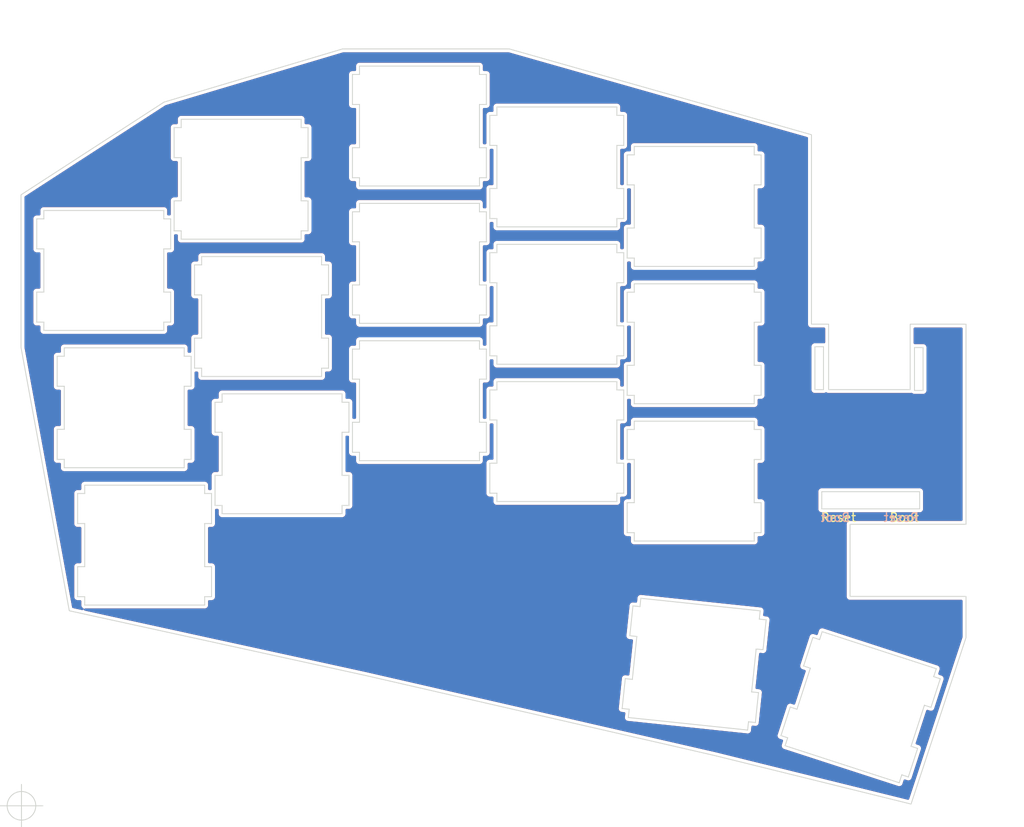
<source format=kicad_pcb>
(kicad_pcb (version 20211014) (generator pcbnew)
  (layers (0 "F.Cu" signal) (31 "B.Cu" signal) (34 "B.Paste" user) (35 "F.Paste" user) (36 "B.SilkS" user "B.Silkscreen") (37 "F.SilkS" user "F.Silkscreen") (38 "B.Mask" user) (39 "F.Mask" user) (44 "Edge.Cuts" user))
  (net 0 "")
  (gr_line (start 122.161777 98.600658) (end 122.984983 98.600658) (layer "Edge.Cuts") (width 0.1))
  (gr_line (start 123.336439 121.736858) (end 123.336439 116.707708) (layer "Edge.Cuts") (width 0.1))
  (gr_line (start 155.336439 88.909358) (end 155.336439 88.909358) (layer "Edge.Cuts") (width 0.1))
  (gr_line (start 125.366233 102.571416) (end 124.543027 102.571416) (layer "Edge.Cuts") (width 0.1))
  (gr_line (start 141.366233 93.378856) (end 155.336439 93.378856) (layer "Edge.Cuts") (width 0.1))
  (gr_line (start 173.365233 93.246212) (end 173.365233 93.246212) (layer "Edge.Cuts") (width 0.1))
  (gr_line (start 119.375973 93.237154) (end 119.375973 93.237154) (layer "Edge.Cuts") (width 0.1))
  (gr_line (start 172.138473 72.642708) (end 172.138473 72.642708) (layer "Edge.Cuts") (width 0.1))
  (gr_line (start 106.984983 110.206606) (end 106.984983 110.206606) (layer "Edge.Cuts") (width 0.1))
  (gr_line (start 192.314459 138.346472) (end 192.314459 138.346472) (layer "Edge.Cuts") (width 0.1))
  (gr_line (start 156.542527 104.642712) (end 156.542527 104.642712) (layer "Edge.Cuts") (width 0.1))
  (gr_line (start 206 101.2) (end 206 96.2) (layer "Edge.Cuts") (width 0.1))
  (gr_line (start 171.335939 101.142663) (end 171.335939 100.171145) (layer "Edge.Cuts") (width 0.1))
  (gr_line (start 134.573939 79.100608) (end 134.573939 79.100608) (layer "Edge.Cuts") (width 0.1))
  (gr_line (start 172.542027 73.746166) (end 172.542027 77.246212) (layer "Edge.Cuts") (width 0.1))
  (gr_line (start 171.335939 68.171145) (end 171.335939 68.171145) (layer "Edge.Cuts") (width 0.1))
  (gr_line (start 187.83241 136.412437) (end 187.034273 136.32855) (layer "Edge.Cuts") (width 0.1))
  (gr_line (start 188.137973 77.246208) (end 188.137973 73.746163) (layer "Edge.Cuts") (width 0.1))
  (gr_line (start 141.366233 104.909362) (end 140.543027 104.909362) (layer "Edge.Cuts") (width 0.1))
  (gr_line (start 156.542527 81.171908) (end 156.542527 81.171908) (layer "Edge.Cuts") (width 0.1))
  (gr_line (start 125.366233 114.600658) (end 125.366233 115.570106) (layer "Edge.Cuts") (width 0.1))
  (gr_line (start 188.137973 105.746413) (end 188.137973 105.746413) (layer "Edge.Cuts") (width 0.1))
  (gr_line (start 156.542527 81.171908) (end 157.365733 81.171908) (layer "Edge.Cuts") (width 0.1))
  (gr_line (start 187.034273 136.32855) (end 187.559962 131.32695) (layer "Edge.Cuts") (width 0.1))
  (gr_line (start 122.984983 98.600658) (end 122.984983 99.570106) (layer "Edge.Cuts") (width 0.1))
  (gr_line (start 174.03214 126.385797) (end 173.213444 126.299749) (layer "Edge.Cuts") (width 0.1))
  (gr_line (start 157.365733 101.142666) (end 157.365733 101.142666) (layer "Edge.Cuts") (width 0.1))
  (gr_line (start 195.2 113) (end 195.2 115) (layer "Edge.Cuts") (width 0.1))
  (gr_line (start 122.984983 86.571416) (end 122.984983 86.571416) (layer "Edge.Cuts") (width 0.1))
  (gr_line (start 188.137973 89.746163) (end 188.137973 89.746163) (layer "Edge.Cuts") (width 0.1))
  (gr_line (start 141.366233 72.909362) (end 141.366233 72.909362) (layer "Edge.Cuts") (width 0.1))
  (gr_line (start 120.955189 96.236395) (end 120.955189 96.236395) (layer "Edge.Cuts") (width 0.1))
  (gr_line (start 186.668418 139.809422) (end 186.668418 139.809422) (layer "Edge.Cuts") (width 0.1))
  (gr_line (start 141.366233 64.380166) (end 141.366233 64.380166) (layer "Edge.Cuts") (width 0.1))
  (gr_line (start 103.780027 84.707962) (end 103.780027 84.707962) (layer "Edge.Cuts") (width 0.1))
  (gr_line (start 173.365233 109.246462) (end 173.365233 114.275612) (layer "Edge.Cuts") (width 0.1))
  (gr_line (start 206.6 115) (end 206.6 113) (layer "Edge.Cuts") (width 0.1))
  (gr_line (start 174.133691 125.419602) (end 174.03214 126.385797) (layer "Edge.Cuts") (width 0.1))
  (gr_line (start 118.573439 84.707958) (end 119.375973 84.707958) (layer "Edge.Cuts") (width 0.1))
  (gr_line (start 188.137973 89.746163) (end 187.335439 89.746163) (layer "Edge.Cuts") (width 0.1))
  (gr_line (start 188.3581 131.410838) (end 188.3581 131.410838) (layer "Edge.Cuts") (width 0.1))
  (gr_line (start 156.542527 101.142666) (end 156.542527 104.642712) (layer "Edge.Cuts") (width 0.1))
  (gr_line (start 157.365733 85.142666) (end 156.542527 85.142666) (layer "Edge.Cuts") (width 0.1))
  (gr_line (start 118.573439 80.236395) (end 118.573439 80.236395) (layer "Edge.Cuts") (width 0.1))
  (gr_line (start 156.138973 92.409404) (end 156.138973 88.909358) (layer "Edge.Cuts") (width 0.1))
  (gr_line (start 155.336439 72.909358) (end 155.336439 72.909358) (layer "Edge.Cuts") (width 0.1))
  (gr_line (start 139.336439 106.071458) (end 140.138973 106.071458) (layer "Edge.Cuts") (width 0.1))
  (gr_line (start 141.366233 96.380166) (end 140.543027 96.380166) (layer "Edge.Cuts") (width 0.1))
  (gr_line (start 173.365233 117.775658) (end 173.365233 117.775658) (layer "Edge.Cuts") (width 0.1))
  (gr_line (start 141.366233 96.380166) (end 141.366233 96.380166) (layer "Edge.Cuts") (width 0.1))
  (gr_line (start 204.519342 145.99224) (end 204.519342 145.99224) (layer "Edge.Cuts") (width 0.1))
  (gr_line (start 186.567083 140.773563) (end 186.668418 139.809422) (layer "Edge.Cuts") (width 0.1))
  (gr_line (start 157.365733 109.671862) (end 156.542527 109.671862) (layer "Edge.Cuts") (width 0.1))
  (gr_line (start 172.138473 85.142663) (end 172.138473 85.142663) (layer "Edge.Cuts") (width 0.1))
  (gr_line (start 134.573939 82.600654) (end 134.573939 82.600654) (layer "Edge.Cuts") (width 0.1))
  (gr_line (start 171.335939 109.671858) (end 171.335939 104.642708) (layer "Edge.Cuts") (width 0.1))
  (gr_line (start 157.365733 114.141356) (end 157.365733 114.141356) (layer "Edge.Cuts") (width 0.1))
  (gr_line (start 157.365733 72.642712) (end 157.365733 77.671862) (layer "Edge.Cuts") (width 0.1))
  (gr_line (start 155.336439 80.380163) (end 155.336439 79.408645) (layer "Edge.Cuts") (width 0.1))
  (gr_line (start 120.603733 70.571416) (end 120.603733 70.571416) (layer "Edge.Cuts") (width 0.1))
  (gr_line (start 140.543027 64.380166) (end 140.543027 64.380166) (layer "Edge.Cuts") (width 0.1))
  (gr_line (start 119.375973 84.707958) (end 119.375973 81.207913) (layer "Edge.Cuts") (width 0.1))
  (gr_line (start 118.573439 89.737108) (end 118.573439 89.737108) (layer "Edge.Cuts") (width 0.1))
  (gr_line (start 172.542027 82.275362) (end 172.542027 85.775408) (layer "Edge.Cuts") (width 0.1))
  (gr_line (start 195.25034 129.310757) (end 194.950125 130.234724) (layer "Edge.Cuts") (width 0.1))
  (gr_line (start 156.542527 77.671862) (end 156.542527 77.671862) (layer "Edge.Cuts") (width 0.1))
  (gr_line (start 141.366233 79.408649) (end 141.366233 80.380166) (layer "Edge.Cuts") (width 0.1))
  (gr_line (start 207.918263 138.12849) (end 207.918263 138.12849) (layer "Edge.Cuts") (width 0.1))
  (gr_line (start 157.365733 68.171149) (end 157.365733 69.142666) (layer "Edge.Cuts") (width 0.1))
  (gr_line (start 171.335939 81.171904) (end 172.138473 81.171904) (layer "Edge.Cuts") (width 0.1))
  (gr_line (start 187.335439 73.746163) (end 187.335439 72.774645) (layer "Edge.Cuts") (width 0.1))
  (gr_line (start 140.543027 83.880212) (end 141.366233 83.880212) (layer "Edge.Cuts") (width 0.1))
  (gr_line (start 172.542027 85.775408) (end 172.542027 85.775408) (layer "Edge.Cuts") (width 0.1))
  (gr_line (start 188.137973 101.775404) (end 188.137973 98.275358) (layer "Edge.Cuts") (width 0.1))
  (gr_line (start 118.573439 89.737108) (end 118.573439 84.707958) (layer "Edge.Cuts") (width 0.1))
  (gr_line (start 155.336439 108.409404) (end 155.336439 108.409404) (layer "Edge.Cuts") (width 0.1))
  (gr_line (start 140.543027 96.380166) (end 140.543027 96.380166) (layer "Edge.Cuts") (width 0.1))
  (gr_line (start 206.36417 142.911496) (end 205.600915 142.663499) (layer "Edge.Cuts") (width 0.1))
  (gr_line (start 188.137973 73.746163) (end 188.137973 73.746163) (layer "Edge.Cuts") (width 0.1))
  (gr_line (start 125.366233 101.599899) (end 125.366233 102.571416) (layer "Edge.Cuts") (width 0.1))
  (gr_line (start 119.780527 70.571416) (end 119.780527 74.071462) (layer "Edge.Cuts") (width 0.1))
  (gr_line (start 195.4 101.1) (end 194.4 101.1) (layer "Edge.Cuts") (width 0.1))
  (gr_line (start 134.573939 79.100608) (end 134.573939 74.071458) (layer "Edge.Cuts") (width 0.1))
  (gr_line (start 172.847589 129.780621) (end 173.666286 129.86667) (layer "Edge.Cuts") (width 0.1))
  (gr_line (start 206.6 113) (end 195.2 113) (layer "Edge.Cuts") (width 0.1))
  (gr_line (start 187.335439 77.246208) (end 187.335439 77.246208) (layer "Edge.Cuts") (width 0.1))
  (gr_line (start 173.365233 109.246462) (end 173.365233 109.246462) (layer "Edge.Cuts") (width 0.1))
  (gr_line (start 123.336439 113.207663) (end 123.336439 113.207663) (layer "Edge.Cuts") (width 0.1))
  (gr_line (start 125.366233 106.071462) (end 125.366233 106.071462) (layer "Edge.Cuts") (width 0.1))
  (gr_line (start 171.335939 100.171145) (end 171.335939 100.171145) (layer "Edge.Cuts") (width 0.1))
  (gr_line (start 192.314459 138.346472) (end 191.531543 138.092087) (layer "Edge.Cuts") (width 0.1))
  (gr_line (start 172.138473 104.642708) (end 172.138473 104.642708) (layer "Edge.Cuts") (width 0.1))
  (gr_line (start 108.543027 121.736862) (end 108.543027 125.236908) (layer "Edge.Cuts") (width 0.1))
  (gr_line (start 125.366233 111.100612) (end 124.543027 111.100612) (layer "Edge.Cuts") (width 0.1))
  (gr_line (start 172.774742 138.349142) (end 172.774742 138.349142) (layer "Edge.Cuts") (width 0.1))
  (gr_line (start 122.161777 86.571416) (end 122.161777 90.071462) (layer "Edge.Cuts") (width 0.1))
  (gr_line (start 141.366233 64.380166) (end 140.543027 64.380166) (layer "Edge.Cuts") (width 0.1))
  (gr_line (start 205.600915 142.663499) (end 207.155008 137.880493) (layer "Edge.Cuts") (width 0.1))
  (gr_line (start 137.757723 90.071458) (end 137.757723 90.071458) (layer "Edge.Cuts") (width 0.1))
  (gr_line (start 109.366233 126.206356) (end 109.366233 126.206356) (layer "Edge.Cuts") (width 0.1))
  (gr_line (start 140.543027 64.380166) (end 140.543027 67.880212) (layer "Edge.Cuts") (width 0.1))
  (gr_line (start 121.757723 97.207913) (end 120.955189 97.207913) (layer "Edge.Cuts") (width 0.1))
  (gr_line (start 118.573439 81.207913) (end 118.573439 80.236395) (layer "Edge.Cuts") (width 0.1))
  (gr_line (start 104.603233 89.737112) (end 104.603233 89.737112) (layer "Edge.Cuts") (width 0.1))
  (gr_line (start 155.336439 72.909358) (end 155.336439 67.880208) (layer "Edge.Cuts") (width 0.1))
  (gr_line (start 188.723954 127.929966) (end 188.723954 127.929966) (layer "Edge.Cuts") (width 0.1))
  (gr_line (start 120.955189 96.236395) (end 106.984983 96.236399) (layer "Edge.Cuts") (width 0.1))
  (gr_line (start 120.955189 100.707958) (end 120.955189 100.707958) (layer "Edge.Cuts") (width 0.1))
  (gr_line (start 187.335439 114.275608) (end 187.335439 109.246458) (layer "Edge.Cuts") (width 0.1))
  (gr_line (start 171.335939 69.142663) (end 171.335939 68.171145) (layer "Edge.Cuts") (width 0.1))
  (gr_line (start 124.543027 114.600658) (end 125.366233 114.600658) (layer "Edge.Cuts") (width 0.1))
  (gr_line (start 207.155008 137.880493) (end 207.155008 137.880493) (layer "Edge.Cuts") (width 0.1))
  (gr_line (start 135.376473 79.100608) (end 135.376473 79.100608) (layer "Edge.Cuts") (width 0.1))
  (gr_line (start 204.219764 146.914244) (end 204.519342 145.99224) (layer "Edge.Cuts") (width 0.1))
  (gr_line (start 155.336439 64.380163) (end 155.336439 64.380163) (layer "Edge.Cuts") (width 0.1))
  (gr_line (start 155.336439 63.408645) (end 155.336439 63.408645) (layer "Edge.Cuts") (width 0.1))
  (gr_line (start 125.366233 102.571416) (end 125.366233 102.571416) (layer "Edge.Cuts") (width 0.1))
  (gr_line (start 190.449969 141.420829) (end 190.449969 141.420829) (layer "Edge.Cuts") (width 0.1))
  (gr_line (start 122.161777 98.600658) (end 122.161777 98.600658) (layer "Edge.Cuts") (width 0.1))
  (gr_line (start 172.138473 109.671858) (end 172.138473 109.671858) (layer "Edge.Cuts") (width 0.1))
  (gr_line (start 173.365233 93.246212) (end 173.365233 98.275362) (layer "Edge.Cuts") (width 0.1))
  (gr_line (start 187.034273 136.32855) (end 187.034273 136.32855) (layer "Edge.Cuts") (width 0.1))
  (gr_line (start 139.336439 101.599895) (end 125.366233 101.599899) (layer "Edge.Cuts") (width 0.1))
  (gr_line (start 140.543027 96.380166) (end 140.543027 99.880212) (layer "Edge.Cuts") (width 0.1))
  (gr_line (start 187.335439 101.775404) (end 187.335439 101.775404) (layer "Edge.Cuts") (width 0.1))
  (gr_line (start 140.543027 108.409408) (end 140.543027 108.409408) (layer "Edge.Cuts") (width 0.1))
  (gr_line (start 191.232885 141.675213) (end 190.933309 142.597213) (layer "Edge.Cuts") (width 0.1))
  (gr_line (start 173.140596 134.86827) (end 172.3219 134.782221) (layer "Edge.Cuts") (width 0.1))
  (gr_line (start 141.366233 67.880212) (end 141.366233 72.909362) (layer "Edge.Cuts") (width 0.1))
  (gr_line (start 156.542527 69.142666) (end 156.542527 69.142666) (layer "Edge.Cuts") (width 0.1))
  (gr_line (start 141.366233 92.409408) (end 141.366233 93.378856) (layer "Edge.Cuts") (width 0.1))
  (gr_line (start 171.335939 114.141356) (end 171.335939 113.171904) (layer "Edge.Cuts") (width 0.1))
  (gr_line (start 187.335439 89.746163) (end 187.335439 89.746163) (layer "Edge.Cuts") (width 0.1))
  (gr_line (start 124.138973 125.236904) (end 124.138973 125.236904) (layer "Edge.Cuts") (width 0.1))
  (gr_line (start 173.365233 118.745106) (end 187.335439 118.745106) (layer "Edge.Cuts") (width 0.1))
  (gr_line (start 141.366233 76.409408) (end 141.366233 76.409408) (layer "Edge.Cuts") (width 0.1))
  (gr_line (start 172.542027 77.246212) (end 173.365233 77.246212) (layer "Edge.Cuts") (width 0.1))
  (gr_line (start 172.542027 114.275612) (end 172.542027 114.275612) (layer "Edge.Cuts") (width 0.1))
  (gr_line (start 136.955189 86.571413) (end 136.955189 85.599895) (layer "Edge.Cuts") (width 0.1))
  (gr_line (start 173.365233 118.745106) (end 173.365233 118.745106) (layer "Edge.Cuts") (width 0.1))
  (gr_line (start 171.335939 81.171904) (end 171.335939 81.171904) (layer "Edge.Cuts") (width 0.1))
  (gr_line (start 186.668418 139.809422) (end 187.466556 139.89331) (layer "Edge.Cuts") (width 0.1))
  (gr_line (start 124.138973 116.707708) (end 124.138973 116.707708) (layer "Edge.Cuts") (width 0.1))
  (gr_line (start 120.603733 83.570106) (end 134.573939 83.570106) (layer "Edge.Cuts") (width 0.1))
  (gr_line (start 155.336439 76.409404) (end 156.138973 76.409404) (layer "Edge.Cuts") (width 0.1))
  (gr_line (start 118.573439 81.207913) (end 118.573439 81.207913) (layer "Edge.Cuts") (width 0.1))
  (gr_line (start 204.219764 146.914244) (end 204.219764 146.914244) (layer "Edge.Cuts") (width 0.1))
  (gr_line (start 157.365733 97.171908) (end 157.365733 97.171908) (layer "Edge.Cuts") (width 0.1))
  (gr_line (start 187.335439 72.774645) (end 173.365233 72.774649) (layer "Edge.Cuts") (width 0.1))
  (gr_line (start 156.138973 67.880208) (end 156.138973 64.380163) (layer "Edge.Cuts") (width 0.1))
  (gr_line (start 137.757723 86.571413) (end 136.955189 86.571413) (layer "Edge.Cuts") (width 0.1))
  (gr_line (start 140.543027 104.909362) (end 140.543027 108.409408) (layer "Edge.Cuts") (width 0.1))
  (gr_line (start 119.780527 82.600658) (end 119.780527 82.600658) (layer "Edge.Cuts") (width 0.1))
  (gr_line (start 157.365733 81.171908) (end 157.365733 81.171908) (layer "Edge.Cuts") (width 0.1))
  (gr_line (start 106.984983 100.707962) (end 106.984983 105.737112) (layer "Edge.Cuts") (width 0.1))
  (gr_line (start 172.542027 93.246212) (end 172.542027 93.246212) (layer "Edge.Cuts") (width 0.1))
  (gr_line (start 122.161777 95.100612) (end 122.161777 98.600658) (layer "Edge.Cuts") (width 0.1))
  (gr_line (start 118.573439 93.237154) (end 118.573439 93.237154) (layer "Edge.Cuts") (width 0.1))
  (gr_line (start 155.336439 93.378856) (end 155.336439 92.409404) (layer "Edge.Cuts") (width 0.1))
  (gr_line (start 172.138473 113.171904) (end 172.138473 109.671858) (layer "Edge.Cuts") (width 0.1))
  (gr_line (start 124.138973 113.207663) (end 124.138973 113.207663) (layer "Edge.Cuts") (width 0.1))
  (gr_line (start 140.543027 108.409408) (end 141.366233 108.409408) (layer "Edge.Cuts") (width 0.1))
  (gr_line (start 120.955189 110.206606) (end 120.955189 109.237154) (layer "Edge.Cuts") (width 0.1))
  (gr_line (start 109.366233 125.236908) (end 109.366233 125.236908) (layer "Edge.Cuts") (width 0.1))
  (gr_line (start 118.573439 80.236395) (end 104.603233 80.236399) (layer "Edge.Cuts") (width 0.1))
  (gr_line (start 157.365733 82.141356) (end 157.365733 82.141356) (layer "Edge.Cuts") (width 0.1))
  (gr_line (start 140.543027 99.880212) (end 140.543027 99.880212) (layer "Edge.Cuts") (width 0.1))
  (gr_line (start 103.780027 89.737112) (end 103.780027 89.737112) (layer "Edge.Cuts") (width 0.1))
  (gr_line (start 136.955189 99.570106) (end 136.955189 99.570106) (layer "Edge.Cuts") (width 0.1))
  (gr_line (start 119.780527 82.600658) (end 120.603733 82.600658) (layer "Edge.Cuts") (width 0.1))
  (gr_line (start 106.161777 109.237158) (end 106.161777 109.237158) (layer "Edge.Cuts") (width 0.1))
  (gr_line (start 136.955189 95.100608) (end 136.955189 95.100608) (layer "Edge.Cuts") (width 0.1))
  (gr_line (start 135.376473 70.571413) (end 135.376473 70.571413) (layer "Edge.Cuts") (width 0.1))
  (gr_line (start 124.543027 102.571416) (end 124.543027 102.571416) (layer "Edge.Cuts") (width 0.1))
  (gr_line (start 173.365233 104.774899) (end 173.365233 105.746416) (layer "Edge.Cuts") (width 0.1))
  (gr_line (start 104.603233 80.236399) (end 104.603233 81.207916) (layer "Edge.Cuts") (width 0.1))
  (gr_line (start 157.365733 77.671862) (end 156.542527 77.671862) (layer "Edge.Cuts") (width 0.1))
  (gr_line (start 121.757723 100.707958) (end 121.757723 100.707958) (layer "Edge.Cuts") (width 0.1))
  (gr_line (start 139.336439 114.600654) (end 140.138973 114.600654) (layer "Edge.Cuts") (width 0.1))
  (gr_line (start 120.603733 74.071462) (end 120.603733 79.100612) (layer "Edge.Cuts") (width 0.1))
  (gr_line (start 141.366233 108.409408) (end 141.366233 109.378856) (layer "Edge.Cuts") (width 0.1))
  (gr_line (start 172.138473 69.142663) (end 171.335939 69.142663) (layer "Edge.Cuts") (width 0.1))
  (gr_line (start 187.335439 101.775404) (end 188.137973 101.775404) (layer "Edge.Cuts") (width 0.1))
  (gr_line (start 137.757723 98.600654) (end 137.757723 98.600654) (layer "Edge.Cuts") (width 0.1))
  (gr_line (start 124.543027 102.571416) (end 124.543027 106.071462) (layer "Edge.Cuts") (width 0.1))
  (gr_line (start 173.365233 117.775658) (end 173.365233 118.745106) (layer "Edge.Cuts") (width 0.1))
  (gr_line (start 125.366233 106.071462) (end 125.366233 111.100612) (layer "Edge.Cuts") (width 0.1))
  (gr_line (start 103.780027 84.707962) (end 104.603233 84.707962) (layer "Edge.Cuts") (width 0.1))
  (gr_line (start 125.366233 115.570106) (end 139.336439 115.570106) (layer "Edge.Cuts") (width 0.1))
  (gr_line (start 187.335439 82.275358) (end 187.335439 82.275358) (layer "Edge.Cuts") (width 0.1))
  (gr_line (start 171.335939 113.171904) (end 171.335939 113.171904) (layer "Edge.Cuts") (width 0.1))
  (gr_line (start 172.542027 105.746416) (end 172.542027 109.246462) (layer "Edge.Cuts") (width 0.1))
  (gr_line (start 136.955189 90.071458) (end 137.757723 90.071458) (layer "Edge.Cuts") (width 0.1))
  (gr_line (start 137.757723 98.600654) (end 137.757723 95.100608) (layer "Edge.Cuts") (width 0.1))
  (gr_line (start 171.335939 82.141356) (end 171.335939 81.171904) (layer "Edge.Cuts") (width 0.1))
  (gr_line (start 136.955189 85.599895) (end 136.955189 85.599895) (layer "Edge.Cuts") (width 0.1))
  (gr_line (start 173.666286 129.86667) (end 173.140596 134.86827) (layer "Edge.Cuts") (width 0.1))
  (gr_line (start 124.543027 114.600658) (end 124.543027 114.600658) (layer "Edge.Cuts") (width 0.1))
  (gr_line (start 141.366233 76.409408) (end 141.366233 77.378856) (layer "Edge.Cuts") (width 0.1))
  (gr_line (start 121.757723 97.207913) (end 121.757723 97.207913) (layer "Edge.Cuts") (width 0.1))
  (gr_line (start 106.984983 97.207916) (end 106.984983 97.207916) (layer "Edge.Cuts") (width 0.1))
  (gr_line (start 123.336439 126.206356) (end 123.336439 125.236904) (layer "Edge.Cuts") (width 0.1))
  (gr_line (start 156.542527 104.642712) (end 157.365733 104.642712) (layer "Edge.Cuts") (width 0.1))
  (gr_line (start 156.138973 83.880208) (end 156.138973 83.880208) (layer "Edge.Cuts") (width 0.1))
  (gr_line (start 119.780527 79.100612) (end 119.780527 82.600658) (layer "Edge.Cuts") (width 0.1))
  (gr_line (start 123.336439 126.206356) (end 123.336439 126.206356) (layer "Edge.Cuts") (width 0.1))
  (gr_line (start 156.542527 77.671862) (end 156.542527 81.171908) (layer "Edge.Cuts") (width 0.1))
  (gr_line (start 187.335439 86.744856) (end 187.335439 85.775404) (layer "Edge.Cuts") (width 0.1))
  (gr_line (start 156.542527 72.642712) (end 156.542527 72.642712) (layer "Edge.Cuts") (width 0.1))
  (gr_line (start 173.365233 72.774649) (end 173.365233 73.746166) (layer "Edge.Cuts") (width 0.1))
  (gr_line (start 207.155008 137.880493) (end 207.918263 138.12849) (layer "Edge.Cuts") (width 0.1))
  (gr_line (start 140.543027 80.380166) (end 140.543027 80.380166) (layer "Edge.Cuts") (width 0.1))
  (gr_line (start 156.138973 80.380163) (end 155.336439 80.380163) (layer "Edge.Cuts") (width 0.1))
  (gr_line (start 188.137973 98.275358) (end 188.137973 98.275358) (layer "Edge.Cuts") (width 0.1))
  (gr_line (start 193.085636 133.309081) (end 193.085636 133.309081) (layer "Edge.Cuts") (width 0.1))
  (gr_line (start 155.336439 83.880208) (end 156.138973 83.880208) (layer "Edge.Cuts") (width 0.1))
  (gr_line (start 156.138973 72.909358) (end 156.138973 72.909358) (layer "Edge.Cuts") (width 0.1))
  (gr_line (start 157.365733 100.171149) (end 157.365733 101.142666) (layer "Edge.Cuts") (width 0.1))
  (gr_line (start 155.336439 77.378856) (end 155.336439 76.409404) (layer "Edge.Cuts") (width 0.1))
  (gr_line (start 120.603733 83.570106) (end 120.603733 83.570106) (layer "Edge.Cuts") (width 0.1))
  (gr_line (start 124.543027 106.071462) (end 125.366233 106.071462) (layer "Edge.Cuts") (width 0.1))
  (gr_line (start 157.365733 72.642712) (end 157.365733 72.642712) (layer "Edge.Cuts") (width 0.1))
  (gr_line (start 119.375973 89.737108) (end 119.375973 89.737108) (layer "Edge.Cuts") (width 0.1))
  (gr_line (start 122.984983 98.600658) (end 122.984983 98.600658) (layer "Edge.Cuts") (width 0.1))
  (gr_line (start 122.161777 90.071462) (end 122.984983 90.071462) (layer "Edge.Cuts") (width 0.1))
  (gr_line (start 140.543027 67.880212) (end 140.543027 67.880212) (layer "Edge.Cuts") (width 0.1))
  (gr_line (start 172.138473 101.142663) (end 172.138473 101.142663) (layer "Edge.Cuts") (width 0.1))
  (gr_line (start 136.955189 99.570106) (end 136.955189 98.600654) (layer "Edge.Cuts") (width 0.1))
  (gr_line (start 140.138973 114.600654) (end 140.138973 114.600654) (layer "Edge.Cuts") (width 0.1))
  (gr_line (start 135.376473 70.571413) (end 134.573939 70.571413) (layer "Edge.Cuts") (width 0.1))
  (gr_line (start 172.542027 98.275362) (end 172.542027 98.275362) (layer "Edge.Cuts") (width 0.1))
  (gr_line (start 187.335439 98.275358) (end 187.335439 98.275358) (layer "Edge.Cuts") (width 0.1))
  (gr_line (start 188.137973 82.275358) (end 187.335439 82.275358) (layer "Edge.Cuts") (width 0.1))
  (gr_line (start 121.757723 100.707958) (end 121.757723 97.207913) (layer "Edge.Cuts") (width 0.1))
  (gr_line (start 156.542527 113.171908) (end 157.365733 113.171908) (layer "Edge.Cuts") (width 0.1))
  (gr_line (start 106.984983 105.737112) (end 106.161777 105.737112) (layer "Edge.Cuts") (width 0.1))
  (gr_line (start 188.137973 93.246208) (end 188.137973 89.746163) (layer "Edge.Cuts") (width 0.1))
  (gr_line (start 156.542527 109.671862) (end 156.542527 109.671862) (layer "Edge.Cuts") (width 0.1))
  (gr_line (start 141.366233 99.880212) (end 141.366233 99.880212) (layer "Edge.Cuts") (width 0.1))
  (gr_line (start 120.955189 100.707958) (end 121.757723 100.707958) (layer "Edge.Cuts") (width 0.1))
  (gr_line (start 171.335939 85.142663) (end 171.335939 85.142663) (layer "Edge.Cuts") (width 0.1))
  (gr_line (start 171.335939 97.171904) (end 172.138473 97.171904) (layer "Edge.Cuts") (width 0.1))
  (gr_line (start 141.366233 99.880212) (end 141.366233 104.909362) (layer "Edge.Cuts") (width 0.1))
  (gr_line (start 155.336439 80.380163) (end 155.336439 80.380163) (layer "Edge.Cuts") (width 0.1))
  (gr_line (start 193.868551 133.563466) (end 192.314459 138.346472) (layer "Edge.Cuts") (width 0.1))
  (gr_line (start 122.984983 85.599899) (end 122.984983 86.571416) (layer "Edge.Cuts") (width 0.1))
  (gr_line (start 207 96.2) (end 207 101.2) (layer "Edge.Cuts") (width 0.1))
  (gr_line (start 140.543027 104.909362) (end 140.543027 104.909362) (layer "Edge.Cuts") (width 0.1))
  (gr_line (start 122.161777 86.571416) (end 122.161777 86.571416) (layer "Edge.Cuts") (width 0.1))
  (gr_line (start 157.365733 101.142666) (end 156.542527 101.142666) (layer "Edge.Cuts") (width 0.1))
  (gr_line (start 172.542027 101.775408) (end 173.365233 101.775408) (layer "Edge.Cuts") (width 0.1))
  (gr_line (start 141.366233 83.880212) (end 141.366233 88.909362) (layer "Edge.Cuts") (width 0.1))
  (gr_line (start 187.335439 102.744856) (end 187.335439 102.744856) (layer "Edge.Cuts") (width 0.1))
  (gr_line (start 140.543027 92.409408) (end 140.543027 92.409408) (layer "Edge.Cuts") (width 0.1))
  (gr_line (start 106.984983 96.236399) (end 106.984983 97.207916) (layer "Edge.Cuts") (width 0.1))
  (gr_line (start 141.366233 63.408649) (end 141.366233 64.380166) (layer "Edge.Cuts") (width 0.1))
  (gr_line (start 187.335439 104.774895) (end 187.335439 104.774895) (layer "Edge.Cuts") (width 0.1))
  (gr_line (start 206 96.2) (end 207 96.2) (layer "Edge.Cuts") (width 0.1))
  (gr_line (start 134.573939 83.570106) (end 134.573939 83.570106) (layer "Edge.Cuts") (width 0.1))
  (gr_line (start 157.365733 114.141356) (end 171.335939 114.141356) (layer "Edge.Cuts") (width 0.1))
  (gr_line (start 109.366233 116.707712) (end 109.366233 116.707712) (layer "Edge.Cuts") (width 0.1))
  (gr_line (start 108.543027 116.707712) (end 108.543027 116.707712) (layer "Edge.Cuts") (width 0.1))
  (gr_line (start 193.085636 133.309081) (end 193.868551 133.563466) (layer "Edge.Cuts") (width 0.1))
  (gr_line (start 187.335439 118.745106) (end 187.335439 118.745106) (layer "Edge.Cuts") (width 0.1))
  (gr_line (start 155.336439 109.378856) (end 155.336439 108.409404) (layer "Edge.Cuts") (width 0.1))
  (gr_line (start 109.366233 121.736862) (end 108.543027 121.736862) (layer "Edge.Cuts") (width 0.1))
  (gr_line (start 187.559962 131.32695) (end 187.559962 131.32695) (layer "Edge.Cuts") (width 0.1))
  (gr_line (start 122.984983 95.100612) (end 122.161777 95.100612) (layer "Edge.Cuts") (width 0.1))
  (gr_line (start 106.161777 97.207916) (end 106.161777 97.207916) (layer "Edge.Cuts") (width 0.1))
  (gr_line (start 188.137973 93.246208) (end 188.137973 93.246208) (layer "Edge.Cuts") (width 0.1))
  (gr_line (start 140.543027 80.380166) (end 140.543027 83.880212) (layer "Edge.Cuts") (width 0.1))
  (gr_line (start 173.365233 86.744856) (end 187.335439 86.744856) (layer "Edge.Cuts") (width 0.1))
  (gr_line (start 172.138473 88.642708) (end 172.138473 85.142663) (layer "Edge.Cuts") (width 0.1))
  (gr_line (start 156.138973 67.880208) (end 156.138973 67.880208) (layer "Edge.Cuts") (width 0.1))
  (gr_line (start 155.336439 96.380163) (end 155.336439 95.408645) (layer "Edge.Cuts") (width 0.1))
  (gr_line (start 188.137973 98.275358) (end 187.335439 98.275358) (layer "Edge.Cuts") (width 0.1))
  (gr_line (start 190.449969 141.420829) (end 191.232885 141.675213) (layer "Edge.Cuts") (width 0.1))
  (gr_line (start 139.336439 114.600654) (end 139.336439 114.600654) (layer "Edge.Cuts") (width 0.1))
  (gr_line (start 194.16721 129.98034) (end 194.16721 129.98034) (layer "Edge.Cuts") (width 0.1))
  (gr_line (start 156.138973 88.909358) (end 155.336439 88.909358) (layer "Edge.Cuts") (width 0.1))
  (gr_line (start 157.365733 113.171908) (end 157.365733 113.171908) (layer "Edge.Cuts") (width 0.1))
  (gr_line (start 122.984983 90.071462) (end 122.984983 90.071462) (layer "Edge.Cuts") (width 0.1))
  (gr_line (start 171.335939 113.171904) (end 172.138473 113.171904) (layer "Edge.Cuts") (width 0.1))
  (gr_line (start 188.027368 126.879883) (end 188.027368 126.879883) (layer "Edge.Cuts") (width 0.1))
  (gr_line (start 122.161777 90.071462) (end 122.161777 90.071462) (layer "Edge.Cuts") (width 0.1))
  (gr_line (start 156.542527 93.671862) (end 156.542527 97.171908) (layer "Edge.Cuts") (width 0.1))
  (gr_line (start 156.542527 85.142666) (end 156.542527 85.142666) (layer "Edge.Cuts") (width 0.1))
  (gr_line (start 156.542527 88.642712) (end 157.365733 88.642712) (layer "Edge.Cuts") (width 0.1))
  (gr_line (start 188.3581 131.410838) (end 188.723954 127.929966) (layer "Edge.Cuts") (width 0.1))
  (gr_line (start 118.573439 94.206606) (end 118.573439 93.237154) (layer "Edge.Cuts") (width 0.1))
  (gr_line (start 194.950125 130.234724) (end 194.16721 129.98034) (layer "Edge.Cuts") (width 0.1))
  (gr_line (start 106.161777 100.707962) (end 106.984983 100.707962) (layer "Edge.Cuts") (width 0.1))
  (gr_line (start 186.567083 140.773563) (end 186.567083 140.773563) (layer "Edge.Cuts") (width 0.1))
  (gr_line (start 171.335939 114.141356) (end 171.335939 114.141356) (layer "Edge.Cuts") (width 0.1))
  (gr_line (start 141.366233 95.408649) (end 141.366233 96.380166) (layer "Edge.Cuts") (width 0.1))
  (gr_line (start 120.603733 79.100612) (end 119.780527 79.100612) (layer "Edge.Cuts") (width 0.1))
  (gr_line (start 156.138973 72.909358) (end 155.336439 72.909358) (layer "Edge.Cuts") (width 0.1))
  (gr_line (start 119.780527 79.100612) (end 119.780527 79.100612) (layer "Edge.Cuts") (width 0.1))
  (gr_line (start 171.335939 85.142663) (end 171.335939 84.171145) (layer "Edge.Cuts") (width 0.1))
  (gr_line (start 187.335439 88.774645) (end 173.365233 88.774649) (layer "Edge.Cuts") (width 0.1))
  (gr_line (start 156.542527 93.671862) (end 156.542527 93.671862) (layer "Edge.Cuts") (width 0.1))
  (gr_line (start 172.138473 77.671858) (end 171.335939 77.671858) (layer "Edge.Cuts") (width 0.1))
  (gr_line (start 171.335939 98.141356) (end 171.335939 97.171904) (layer "Edge.Cuts") (width 0.1))
  (gr_line (start 172.138473 72.642708) (end 172.138473 69.142663) (layer "Edge.Cuts") (width 0.1))
  (gr_line (start 104.603233 81.207916) (end 104.603233 81.207916) (layer "Edge.Cuts") (width 0.1))
  (gr_line (start 123.336439 112.236145) (end 123.336439 112.236145) (layer "Edge.Cuts") (width 0.1))
  (gr_line (start 122.984983 99.570106) (end 122.984983 99.570106) (layer "Edge.Cuts") (width 0.1))
  (gr_line (start 188.137973 101.775404) (end 188.137973 101.775404) (layer "Edge.Cuts") (width 0.1))
  (gr_line (start 157.365733 77.671862) (end 157.365733 77.671862) (layer "Edge.Cuts") (width 0.1))
  (gr_line (start 141.366233 88.909362) (end 140.543027 88.909362) (layer "Edge.Cuts") (width 0.1))
  (gr_line (start 139.336439 115.570106) (end 139.336439 114.600654) (layer "Edge.Cuts") (width 0.1))
  (gr_line (start 141.366233 77.378856) (end 155.336439 77.378856) (layer "Edge.Cuts") (width 0.1))
  (gr_line (start 171.335939 88.642708) (end 172.138473 88.642708) (layer "Edge.Cuts") (width 0.1))
  (gr_line (start 119.780527 70.571416) (end 119.780527 70.571416) (layer "Edge.Cuts") (width 0.1))
  (gr_line (start 174.03214 126.385797) (end 174.03214 126.385797) (layer "Edge.Cuts") (width 0.1))
  (gr_line (start 155.336439 77.378856) (end 155.336439 77.378856) (layer "Edge.Cuts") (width 0.1))
  (gr_line (start 173.365233 102.744856) (end 173.365233 102.744856) (layer "Edge.Cuts") (width 0.1))
  (gr_line (start 124.138973 125.236904) (end 124.138973 121.736858) (layer "Edge.Cuts") (width 0.1))
  (gr_line (start 155.336439 76.409404) (end 155.336439 76.409404) (layer "Edge.Cuts") (width 0.1))
  (gr_line (start 157.365733 93.671862) (end 156.542527 93.671862) (layer "Edge.Cuts") (width 0.1))
  (gr_line (start 104.603233 84.707962) (end 104.603233 89.737112) (layer "Edge.Cuts") (width 0.1))
  (gr_line (start 125.366233 114.600658) (end 125.366233 114.600658) (layer "Edge.Cuts") (width 0.1))
  (gr_line (start 208.999837 134.799749) (end 208.236581 134.551752) (layer "Edge.Cuts") (width 0.1))
  (gr_line (start 122.984983 86.571416) (end 122.161777 86.571416) (layer "Edge.Cuts") (width 0.1))
  (gr_line (start 157.365733 88.642712) (end 157.365733 88.642712) (layer "Edge.Cuts") (width 0.1))
  (gr_line (start 187.335439 77.246208) (end 188.137973 77.246208) (layer "Edge.Cuts") (width 0.1))
  (gr_line (start 125.366233 111.100612) (end 125.366233 111.100612) (layer "Edge.Cuts") (width 0.1))
  (gr_line (start 120.955189 105.737108) (end 120.955189 100.707958) (layer "Edge.Cuts") (width 0.1))
  (gr_line (start 188.137973 85.775404) (end 188.137973 82.275358) (layer "Edge.Cuts") (width 0.1))
  (gr_line (start 104.603233 93.237158) (end 104.603233 93.237158) (layer "Edge.Cuts") (width 0.1))
  (gr_line (start 106.161777 100.707962) (end 106.161777 100.707962) (layer "Edge.Cuts") (width 0.1))
  (gr_line (start 137.757723 86.571413) (end 137.757723 86.571413) (layer "Edge.Cuts") (width 0.1))
  (gr_line (start 171.956046 138.263093) (end 172.774742 138.349142) (layer "Edge.Cuts") (width 0.1))
  (gr_line (start 141.366233 72.909362) (end 140.543027 72.909362) (layer "Edge.Cuts") (width 0.1))
  (gr_line (start 135.376473 74.071458) (end 135.376473 74.071458) (layer "Edge.Cuts") (width 0.1))
  (gr_line (start 106.984983 97.207916) (end 106.161777 97.207916) (layer "Edge.Cuts") (width 0.1))
  (gr_line (start 172.542027 114.275612) (end 172.542027 117.775658) (layer "Edge.Cuts") (width 0.1))
  (gr_line (start 173.213444 126.299749) (end 173.213444 126.299749) (layer "Edge.Cuts") (width 0.1))
  (gr_line (start 109.366233 112.236149) (end 109.366233 113.207666) (layer "Edge.Cuts") (width 0.1))
  (gr_line (start 172.138473 113.171904) (end 172.138473 113.171904) (layer "Edge.Cuts") (width 0.1))
  (gr_line (start 136.955189 85.599895) (end 122.984983 85.599899) (layer "Edge.Cuts") (width 0.1))
  (gr_line (start 187.335439 82.275358) (end 187.335439 77.246208) (layer "Edge.Cuts") (width 0.1))
  (gr_line (start 108.543027 125.236908) (end 109.366233 125.236908) (layer "Edge.Cuts") (width 0.1))
  (gr_line (start 208.536797 133.627784) (end 195.25034 129.310757) (layer "Edge.Cuts") (width 0.1))
  (gr_line (start 173.365233 77.246212) (end 173.365233 82.275362) (layer "Edge.Cuts") (width 0.1))
  (gr_line (start 140.543027 88.909362) (end 140.543027 88.909362) (layer "Edge.Cuts") (width 0.1))
  (gr_line (start 137.757723 90.071458) (end 137.757723 86.571413) (layer "Edge.Cuts") (width 0.1))
  (gr_line (start 156.138973 76.409404) (end 156.138973 72.909358) (layer "Edge.Cuts") (width 0.1))
  (gr_line (start 120.603733 69.599899) (end 120.603733 70.571416) (layer "Edge.Cuts") (width 0.1))
  (gr_line (start 106.984983 109.237158) (end 106.984983 110.206606) (layer "Edge.Cuts") (width 0.1))
  (gr_line (start 109.366233 126.206356) (end 123.336439 126.206356) (layer "Edge.Cuts") (width 0.1))
  (gr_line (start 140.543027 83.880212) (end 140.543027 83.880212) (layer "Edge.Cuts") (width 0.1))
  (gr_line (start 157.365733 85.142666) (end 157.365733 85.142666) (layer "Edge.Cuts") (width 0.1))
  (gr_line (start 171.335939 82.141356) (end 171.335939 82.141356) (layer "Edge.Cuts") (width 0.1))
  (gr_line (start 172.3219 134.782221) (end 172.3219 134.782221) (layer "Edge.Cuts") (width 0.1))
  (gr_line (start 156.542527 72.642712) (end 157.365733 72.642712) (layer "Edge.Cuts") (width 0.1))
  (gr_line (start 171.335939 72.642708) (end 172.138473 72.642708) (layer "Edge.Cuts") (width 0.1))
  (gr_line (start 172.3219 134.782221) (end 171.956046 138.263093) (layer "Edge.Cuts") (width 0.1))
  (gr_line (start 187.335439 117.775654) (end 187.335439 117.775654) (layer "Edge.Cuts") (width 0.1))
  (gr_line (start 141.366233 88.909362) (end 141.366233 88.909362) (layer "Edge.Cuts") (width 0.1))
  (gr_line (start 139.336439 111.100608) (end 139.336439 106.071458) (layer "Edge.Cuts") (width 0.1))
  (gr_line (start 187.83241 136.412437) (end 187.83241 136.412437) (layer "Edge.Cuts") (width 0.1))
  (gr_line (start 171.335939 84.171145) (end 157.365733 84.171149) (layer "Edge.Cuts") (width 0.1))
  (gr_line (start 123.336439 116.707708) (end 124.138973 116.707708) (layer "Edge.Cuts") (width 0.1))
  (gr_line (start 187.559962 131.32695) (end 188.3581 131.410838) (layer "Edge.Cuts") (width 0.1))
  (gr_line (start 137.757723 95.100608) (end 136.955189 95.100608) (layer "Edge.Cuts") (width 0.1))
  (gr_line (start 172.847589 129.780621) (end 172.847589 129.780621) (layer "Edge.Cuts") (width 0.1))
  (gr_line (start 156.138973 76.409404) (end 156.138973 76.409404) (layer "Edge.Cuts") (width 0.1))
  (gr_line (start 156.542527 101.142666) (end 156.542527 101.142666) (layer "Edge.Cuts") (width 0.1))
  (gr_line (start 109.366233 113.207666) (end 109.366233 113.207666) (layer "Edge.Cuts") (width 0.1))
  (gr_line (start 141.366233 109.378856) (end 141.366233 109.378856) (layer "Edge.Cuts") (width 0.1))
  (gr_line (start 173.365233 82.275362) (end 173.365233 82.275362) (layer "Edge.Cuts") (width 0.1))
  (gr_line (start 155.336439 96.380163) (end 155.336439 96.380163) (layer "Edge.Cuts") (width 0.1))
  (gr_line (start 173.365233 82.275362) (end 172.542027 82.275362) (layer "Edge.Cuts") (width 0.1))
  (gr_line (start 172.138473 93.671858) (end 171.335939 93.671858) (layer "Edge.Cuts") (width 0.1))
  (gr_line (start 134.573939 74.071458) (end 135.376473 74.071458) (layer "Edge.Cuts") (width 0.1))
  (gr_line (start 140.543027 72.909362) (end 140.543027 76.409408) (layer "Edge.Cuts") (width 0.1))
  (gr_line (start 187.335439 98.275358) (end 187.335439 93.246208) (layer "Edge.Cuts") (width 0.1))
  (gr_line (start 108.543027 125.236908) (end 108.543027 125.236908) (layer "Edge.Cuts") (width 0.1))
  (gr_line (start 171.335939 93.671858) (end 171.335939 93.671858) (layer "Edge.Cuts") (width 0.1))
  (gr_line (start 122.161777 95.100612) (end 122.161777 95.100612) (layer "Edge.Cuts") (width 0.1))
  (gr_line (start 141.366233 92.409408) (end 141.366233 92.409408) (layer "Edge.Cuts") (width 0.1))
  (gr_line (start 172.138473 88.642708) (end 172.138473 88.642708) (layer "Edge.Cuts") (width 0.1))
  (gr_line (start 172.542027 109.246462) (end 172.542027 109.246462) (layer "Edge.Cuts") (width 0.1))
  (gr_line (start 121.757723 109.237154) (end 121.757723 109.237154) (layer "Edge.Cuts") (width 0.1))
  (gr_line (start 172.138473 81.171904) (end 172.138473 81.171904) (layer "Edge.Cuts") (width 0.1))
  (gr_line (start 124.543027 111.100612) (end 124.543027 111.100612) (layer "Edge.Cuts") (width 0.1))
  (gr_line (start 157.365733 98.141356) (end 171.335939 98.141356) (layer "Edge.Cuts") (width 0.1))
  (gr_line (start 118.573439 94.206606) (end 118.573439 94.206606) (layer "Edge.Cuts") (width 0.1))
  (gr_line (start 135.376473 74.071458) (end 135.376473 70.571413) (layer "Edge.Cuts") (width 0.1))
  (gr_line (start 188.137973 114.275608) (end 187.335439 114.275608) (layer "Edge.Cuts") (width 0.1))
  (gr_line (start 155.336439 95.408645) (end 155.336439 95.408645) (layer "Edge.Cuts") (width 0.1))
  (gr_line (start 155.336439 83.880208) (end 155.336439 83.880208) (layer "Edge.Cuts") (width 0.1))
  (gr_line (start 187.335439 102.744856) (end 187.335439 101.775404) (layer "Edge.Cuts") (width 0.1))
  (gr_line (start 134.573939 70.571413) (end 134.573939 69.599895) (layer "Edge.Cuts") (width 0.1))
  (gr_line (start 172.138473 69.142663) (end 172.138473 69.142663) (layer "Edge.Cuts") (width 0.1))
  (gr_line (start 173.365233 98.275362) (end 173.365233 98.275362) (layer "Edge.Cuts") (width 0.1))
  (gr_line (start 172.542027 93.246212) (end 173.365233 93.246212) (layer "Edge.Cuts") (width 0.1))
  (gr_line (start 104.603233 93.237158) (end 104.603233 94.206606) (layer "Edge.Cuts") (width 0.1))
  (gr_line (start 173.365233 86.744856) (end 173.365233 86.744856) (layer "Edge.Cuts") (width 0.1))
  (gr_line (start 187.335439 86.744856) (end 187.335439 86.744856) (layer "Edge.Cuts") (width 0.1))
  (gr_line (start 156.542527 97.171908) (end 157.365733 97.171908) (layer "Edge.Cuts") (width 0.1))
  (gr_line (start 171.335939 84.171145) (end 171.335939 84.171145) (layer "Edge.Cuts") (width 0.1))
  (gr_line (start 207 101.2) (end 206 101.2) (layer "Edge.Cuts") (width 0.1))
  (gr_line (start 208.999837 134.799749) (end 208.999837 134.799749) (layer "Edge.Cuts") (width 0.1))
  (gr_line (start 134.573939 83.570106) (end 134.573939 82.600654) (layer "Edge.Cuts") (width 0.1))
  (gr_line (start 205.282597 146.240237) (end 206.36417 142.911496) (layer "Edge.Cuts") (width 0.1))
  (gr_line (start 195.4 96.1) (end 195.4 101.1) (layer "Edge.Cuts") (width 0.1))
  (gr_line (start 109.366233 113.207666) (end 108.543027 113.207666) (layer "Edge.Cuts") (width 0.1))
  (gr_line (start 122.984983 90.071462) (end 122.984983 95.100612) (layer "Edge.Cuts") (width 0.1))
  (gr_line (start 171.335939 97.171904) (end 171.335939 97.171904) (layer "Edge.Cuts") (width 0.1))
  (gr_line (start 123.336439 121.736858) (end 123.336439 121.736858) (layer "Edge.Cuts") (width 0.1))
  (gr_line (start 172.138473 81.171904) (end 172.138473 77.671858) (layer "Edge.Cuts") (width 0.1))
  (gr_line (start 103.780027 93.237158) (end 103.780027 93.237158) (layer "Edge.Cuts") (width 0.1))
  (gr_line (start 156.138973 80.380163) (end 156.138973 80.380163) (layer "Edge.Cuts") (width 0.1))
  (gr_line (start 120.603733 74.071462) (end 120.603733 74.071462) (layer "Edge.Cuts") (width 0.1))
  (gr_line (start 155.336439 109.378856) (end 155.336439 109.378856) (layer "Edge.Cuts") (width 0.1))
  (gr_line (start 171.335939 104.642708) (end 171.335939 104.642708) (layer "Edge.Cuts") (width 0.1))
  (gr_line (start 139.336439 115.570106) (end 139.336439 115.570106) (layer "Edge.Cuts") (width 0.1))
  (gr_line (start 139.336439 102.571413) (end 139.336439 101.599895) (layer "Edge.Cuts") (width 0.1))
  (gr_line (start 139.336439 101.599895) (end 139.336439 101.599895) (layer "Edge.Cuts") (width 0.1))
  (gr_line (start 173.365233 85.775408) (end 173.365233 86.744856) (layer "Edge.Cuts") (width 0.1))
  (gr_line (start 118.573439 93.237154) (end 119.375973 93.237154) (layer "Edge.Cuts") (width 0.1))
  (gr_line (start 173.213444 126.299749) (end 172.847589 129.780621) (layer "Edge.Cuts") (width 0.1))
  (gr_line (start 140.138973 106.071458) (end 140.138973 106.071458) (layer "Edge.Cuts") (width 0.1))
  (gr_line (start 193.868551 133.563466) (end 193.868551 133.563466) (layer "Edge.Cuts") (width 0.1))
  (gr_line (start 155.336439 67.880208) (end 156.138973 67.880208) (layer "Edge.Cuts") (width 0.1))
  (gr_line (start 109.366233 116.707712) (end 109.366233 121.736862) (layer "Edge.Cuts") (width 0.1))
  (gr_line (start 172.673407 139.313279) (end 186.567083 140.773563) (layer "Edge.Cuts") (width 0.1))
  (gr_line (start 187.335439 109.246458) (end 187.335439 109.246458) (layer "Edge.Cuts") (width 0.1))
  (gr_line (start 156.138973 99.880208) (end 156.138973 99.880208) (layer "Edge.Cuts") (width 0.1))
  (gr_line (start 157.365733 88.642712) (end 157.365733 93.671862) (layer "Edge.Cuts") (width 0.1))
  (gr_line (start 172.542027 85.775408) (end 173.365233 85.775408) (layer "Edge.Cuts") (width 0.1))
  (gr_line (start 173.365233 85.775408) (end 173.365233 85.775408) (layer "Edge.Cuts") (width 0.1))
  (gr_line (start 155.336439 64.380163) (end 155.336439 63.408645) (layer "Edge.Cuts") (width 0.1))
  (gr_line (start 103.780027 93.237158) (end 104.603233 93.237158) (layer "Edge.Cuts") (width 0.1))
  (gr_line (start 187.335439 89.746163) (end 187.335439 88.774645) (layer "Edge.Cuts") (width 0.1))
  (gr_line (start 155.336439 108.409404) (end 156.138973 108.409404) (layer "Edge.Cuts") (width 0.1))
  (gr_line (start 173.365233 101.775408) (end 173.365233 102.744856) (layer "Edge.Cuts") (width 0.1))
  (gr_line (start 120.955189 110.206606) (end 120.955189 110.206606) (layer "Edge.Cuts") (width 0.1))
  (gr_line (start 187.335439 72.774645) (end 187.335439 72.774645) (layer "Edge.Cuts") (width 0.1))
  (gr_line (start 208.236581 134.551752) (end 208.236581 134.551752) (layer "Edge.Cuts") (width 0.1))
  (gr_line (start 118.573439 84.707958) (end 118.573439 84.707958) (layer "Edge.Cuts") (width 0.1))
  (gr_line (start 188.723954 127.929966) (end 187.925816 127.846079) (layer "Edge.Cuts") (width 0.1))
  (gr_line (start 120.603733 82.600658) (end 120.603733 83.570106) (layer "Edge.Cuts") (width 0.1))
  (gr_line (start 157.365733 113.171908) (end 157.365733 114.141356) (layer "Edge.Cuts") (width 0.1))
  (gr_line (start 171.956046 138.263093) (end 171.956046 138.263093) (layer "Edge.Cuts") (width 0.1))
  (gr_line (start 141.366233 109.378856) (end 155.336439 109.378856) (layer "Edge.Cuts") (width 0.1))
  (gr_line (start 172.138473 93.671858) (end 172.138473 93.671858) (layer "Edge.Cuts") (width 0.1))
  (gr_line (start 108.543027 113.207666) (end 108.543027 116.707712) (layer "Edge.Cuts") (width 0.1))
  (gr_line (start 172.138473 104.642708) (end 172.138473 101.142663) (layer "Edge.Cuts") (width 0.1))
  (gr_line (start 156.138973 83.880208) (end 156.138973 80.380163) (layer "Edge.Cuts") (width 0.1))
  (gr_line (start 155.336439 99.880208) (end 156.138973 99.880208) (layer "Edge.Cuts") (width 0.1))
  (gr_line (start 187.335439 105.746413) (end 187.335439 104.774895) (layer "Edge.Cuts") (width 0.1))
  (gr_line (start 136.955189 98.600654) (end 136.955189 98.600654) (layer "Edge.Cuts") (width 0.1))
  (gr_line (start 155.336439 92.409404) (end 156.138973 92.409404) (layer "Edge.Cuts") (width 0.1))
  (gr_line (start 172.138473 97.171904) (end 172.138473 93.671858) (layer "Edge.Cuts") (width 0.1))
  (gr_line (start 172.542027 117.775658) (end 172.542027 117.775658) (layer "Edge.Cuts") (width 0.1))
  (gr_line (start 206.36417 142.911496) (end 206.36417 142.911496) (layer "Edge.Cuts") (width 0.1))
  (gr_line (start 134.573939 69.599895) (end 134.573939 69.599895) (layer "Edge.Cuts") (width 0.1))
  (gr_line (start 124.138973 113.207663) (end 123.336439 113.207663) (layer "Edge.Cuts") (width 0.1))
  (gr_line (start 194.950125 130.234724) (end 194.950125 130.234724) (layer "Edge.Cuts") (width 0.1))
  (gr_line (start 140.138973 111.100608) (end 140.138973 111.100608) (layer "Edge.Cuts") (width 0.1))
  (gr_line (start 173.365233 89.746166) (end 173.365233 89.746166) (layer "Edge.Cuts") (width 0.1))
  (gr_line (start 157.365733 69.142666) (end 156.542527 69.142666) (layer "Edge.Cuts") (width 0.1))
  (gr_line (start 155.336439 93.378856) (end 155.336439 93.378856) (layer "Edge.Cuts") (width 0.1))
  (gr_line (start 187.335439 73.746163) (end 187.335439 73.746163) (layer "Edge.Cuts") (width 0.1))
  (gr_line (start 134.573939 74.071458) (end 134.573939 74.071458) (layer "Edge.Cuts") (width 0.1))
  (gr_line (start 187.466556 139.89331) (end 187.83241 136.412437) (layer "Edge.Cuts") (width 0.1))
  (gr_line (start 171.335939 72.642708) (end 171.335939 72.642708) (layer "Edge.Cuts") (width 0.1))
  (gr_line (start 155.336439 79.408645) (end 155.336439 79.408645) (layer "Edge.Cuts") (width 0.1))
  (gr_line (start 187.335439 88.774645) (end 187.335439 88.774645) (layer "Edge.Cuts") (width 0.1))
  (gr_line (start 171.335939 77.671858) (end 171.335939 72.642708) (layer "Edge.Cuts") (width 0.1))
  (gr_line (start 141.366233 80.380166) (end 140.543027 80.380166) (layer "Edge.Cuts") (width 0.1))
  (gr_line (start 173.365233 89.746166) (end 172.542027 89.746166) (layer "Edge.Cuts") (width 0.1))
  (gr_line (start 134.573939 70.571413) (end 134.573939 70.571413) (layer "Edge.Cuts") (width 0.1))
  (gr_line (start 106.161777 105.737112) (end 106.161777 109.237158) (layer "Edge.Cuts") (width 0.1))
  (gr_line (start 124.138973 116.707708) (end 124.138973 113.207663) (layer "Edge.Cuts") (width 0.1))
  (gr_line (start 173.365233 114.275612) (end 172.542027 114.275612) (layer "Edge.Cuts") (width 0.1))
  (gr_line (start 187.335439 117.775654) (end 188.137973 117.775654) (layer "Edge.Cuts") (width 0.1))
  (gr_line (start 208.236581 134.551752) (end 208.536797 133.627784) (layer "Edge.Cuts") (width 0.1))
  (gr_line (start 104.603233 81.207916) (end 103.780027 81.207916) (layer "Edge.Cuts") (width 0.1))
  (gr_line (start 171.335939 88.642708) (end 171.335939 88.642708) (layer "Edge.Cuts") (width 0.1))
  (gr_line (start 136.955189 95.100608) (end 136.955189 90.071458) (layer "Edge.Cuts") (width 0.1))
  (gr_line (start 172.138473 109.671858) (end 171.335939 109.671858) (layer "Edge.Cuts") (width 0.1))
  (gr_line (start 104.603233 94.206606) (end 104.603233 94.206606) (layer "Edge.Cuts") (width 0.1))
  (gr_line (start 134.573939 82.600654) (end 135.376473 82.600654) (layer "Edge.Cuts") (width 0.1))
  (gr_line (start 155.336439 104.909358) (end 155.336439 104.909358) (layer "Edge.Cuts") (width 0.1))
  (gr_line (start 156.138973 104.909358) (end 156.138973 104.909358) (layer "Edge.Cuts") (width 0.1))
  (gr_line (start 204.519342 145.99224) (end 205.282597 146.240237) (layer "Edge.Cuts") (width 0.1))
  (gr_line (start 141.366233 80.380166) (end 141.366233 80.380166) (layer "Edge.Cuts") (width 0.1))
  (gr_line (start 194.4 101.1) (end 194.4 96.1) (layer "Edge.Cuts") (width 0.1))
  (gr_line (start 104.603233 94.206606) (end 118.573439 94.206606) (layer "Edge.Cuts") (width 0.1))
  (gr_line (start 137.757723 95.100608) (end 137.757723 95.100608) (layer "Edge.Cuts") (width 0.1))
  (gr_line (start 155.336439 92.409404) (end 155.336439 92.409404) (layer "Edge.Cuts") (width 0.1))
  (gr_line (start 119.375973 81.207913) (end 119.375973 81.207913) (layer "Edge.Cuts") (width 0.1))
  (gr_line (start 172.673407 139.313279) (end 172.673407 139.313279) (layer "Edge.Cuts") (width 0.1))
  (gr_line (start 187.335439 85.775404) (end 188.137973 85.775404) (layer "Edge.Cuts") (width 0.1))
  (gr_line (start 173.365233 73.746166) (end 173.365233 73.746166) (layer "Edge.Cuts") (width 0.1))
  (gr_line (start 106.161777 97.207916) (end 106.161777 100.707962) (layer "Edge.Cuts") (width 0.1))
  (gr_line (start 187.335439 105.746413) (end 187.335439 105.746413) (layer "Edge.Cuts") (width 0.1))
  (gr_line (start 103.780027 81.207916) (end 103.780027 84.707962) (layer "Edge.Cuts") (width 0.1))
  (gr_line (start 173.365233 77.246212) (end 173.365233 77.246212) (layer "Edge.Cuts") (width 0.1))
  (gr_line (start 171.335939 69.142663) (end 171.335939 69.142663) (layer "Edge.Cuts") (width 0.1))
  (gr_line (start 195.2 115) (end 206.6 115) (layer "Edge.Cuts") (width 0.1))
  (gr_line (start 135.376473 79.100608) (end 134.573939 79.100608) (layer "Edge.Cuts") (width 0.1))
  (gr_line (start 156.138973 108.409404) (end 156.138973 108.409404) (layer "Edge.Cuts") (width 0.1))
  (gr_line (start 156.138973 104.909358) (end 155.336439 104.909358) (layer "Edge.Cuts") (width 0.1))
  (gr_line (start 124.138973 121.736858) (end 124.138973 121.736858) (layer "Edge.Cuts") (width 0.1))
  (gr_line (start 205.600915 142.663499) (end 205.600915 142.663499) (layer "Edge.Cuts") (width 0.1))
  (gr_line (start 157.365733 84.171149) (end 157.365733 85.142666) (layer "Edge.Cuts") (width 0.1))
  (gr_line (start 188.137973 117.775654) (end 188.137973 117.775654) (layer "Edge.Cuts") (width 0.1))
  (gr_line (start 172.138473 101.142663) (end 171.335939 101.142663) (layer "Edge.Cuts") (width 0.1))
  (gr_line (start 173.365233 102.744856) (end 187.335439 102.744856) (layer "Edge.Cuts") (width 0.1))
  (gr_line (start 139.336439 102.571413) (end 139.336439 102.571413) (layer "Edge.Cuts") (width 0.1))
  (gr_line (start 155.336439 95.408645) (end 141.366233 95.408649) (layer "Edge.Cuts") (width 0.1))
  (gr_line (start 156.138973 96.380163) (end 155.336439 96.380163) (layer "Edge.Cuts") (width 0.1))
  (gr_line (start 121.757723 105.737108) (end 120.955189 105.737108) (layer "Edge.Cuts") (width 0.1))
  (gr_line (start 119.780527 74.071462) (end 120.603733 74.071462) (layer "Edge.Cuts") (width 0.1))
  (gr_line (start 171.335939 104.642708) (end 172.138473 104.642708) (layer "Edge.Cuts") (width 0.1))
  (gr_line (start 172.138473 97.171904) (end 172.138473 97.171904) (layer "Edge.Cuts") (width 0.1))
  (gr_line (start 139.336439 111.100608) (end 139.336439 111.100608) (layer "Edge.Cuts") (width 0.1))
  (gr_line (start 156.138973 108.409404) (end 156.138973 104.909358) (layer "Edge.Cuts") (width 0.1))
  (gr_line (start 108.543027 113.207666) (end 108.543027 113.207666) (layer "Edge.Cuts") (width 0.1))
  (gr_line (start 157.365733 98.141356) (end 157.365733 98.141356) (layer "Edge.Cuts") (width 0.1))
  (gr_line (start 173.365233 114.275612) (end 173.365233 114.275612) (layer "Edge.Cuts") (width 0.1))
  (gr_line (start 188.137973 82.275358) (end 188.137973 82.275358) (layer "Edge.Cuts") (width 0.1))
  (gr_line (start 104.603233 89.737112) (end 103.780027 89.737112) (layer "Edge.Cuts") (width 0.1))
  (gr_line (start 122.984983 95.100612) (end 122.984983 95.100612) (layer "Edge.Cuts") (width 0.1))
  (gr_line (start 155.336439 63.408645) (end 141.366233 63.408649) (layer "Edge.Cuts") (width 0.1))
  (gr_line (start 155.336439 99.880208) (end 155.336439 99.880208) (layer "Edge.Cuts") (width 0.1))
  (gr_line (start 120.955189 97.207913) (end 120.955189 97.207913) (layer "Edge.Cuts") (width 0.1))
  (gr_line (start 123.336439 112.236145) (end 109.366233 112.236149) (layer "Edge.Cuts") (width 0.1))
  (gr_line (start 188.137973 85.775404) (end 188.137973 85.775404) (layer "Edge.Cuts") (width 0.1))
  (gr_line (start 124.543027 111.100612) (end 124.543027 114.600658) (layer "Edge.Cuts") (width 0.1))
  (gr_line (start 187.335439 109.246458) (end 188.137973 109.246458) (layer "Edge.Cuts") (width 0.1))
  (gr_line (start 140.543027 99.880212) (end 141.366233 99.880212) (layer "Edge.Cuts") (width 0.1))
  (gr_line (start 208.536797 133.627784) (end 208.536797 133.627784) (layer "Edge.Cuts") (width 0.1))
  (gr_line (start 141.366233 93.378856) (end 141.366233 93.378856) (layer "Edge.Cuts") (width 0.1))
  (gr_line (start 187.335439 93.246208) (end 187.335439 93.246208) (layer "Edge.Cuts") (width 0.1))
  (gr_line (start 187.466556 139.89331) (end 187.466556 139.89331) (layer "Edge.Cuts") (width 0.1))
  (gr_line (start 156.542527 97.171908) (end 156.542527 97.171908) (layer "Edge.Cuts") (width 0.1))
  (gr_line (start 190.933309 142.597213) (end 204.219764 146.914244) (layer "Edge.Cuts") (width 0.1))
  (gr_line (start 156.542527 88.642712) (end 156.542527 88.642712) (layer "Edge.Cuts") (width 0.1))
  (gr_line (start 171.335939 77.671858) (end 171.335939 77.671858) (layer "Edge.Cuts") (width 0.1))
  (gr_line (start 120.955189 97.207913) (end 120.955189 96.236395) (layer "Edge.Cuts") (width 0.1))
  (gr_line (start 172.542027 117.775658) (end 173.365233 117.775658) (layer "Edge.Cuts") (width 0.1))
  (gr_line (start 106.984983 105.737112) (end 106.984983 105.737112) (layer "Edge.Cuts") (width 0.1))
  (gr_line (start 187.925816 127.846079) (end 188.027368 126.879883) (layer "Edge.Cuts") (width 0.1))
  (gr_line (start 123.336439 116.707708) (end 123.336439 116.707708) (layer "Edge.Cuts") (width 0.1))
  (gr_line (start 187.335439 118.745106) (end 187.335439 117.775654) (layer "Edge.Cuts") (width 0.1))
  (gr_line (start 119.375973 89.737108) (end 118.573439 89.737108) (layer "Edge.Cuts") (width 0.1))
  (gr_line (start 103.780027 89.737112) (end 103.780027 93.237158) (layer "Edge.Cuts") (width 0.1))
  (gr_line (start 141.366233 104.909362) (end 141.366233 104.909362) (layer "Edge.Cuts") (width 0.1))
  (gr_line (start 140.138973 106.071458) (end 140.138973 102.571413) (layer "Edge.Cuts") (width 0.1))
  (gr_line (start 140.138973 102.571413) (end 139.336439 102.571413) (layer "Edge.Cuts") (width 0.1))
  (gr_line (start 136.955189 86.571413) (end 136.955189 86.571413) (layer "Edge.Cuts") (width 0.1))
  (gr_line (start 124.138973 121.736858) (end 123.336439 121.736858) (layer "Edge.Cuts") (width 0.1))
  (gr_line (start 171.335939 93.671858) (end 171.335939 88.642708) (layer "Edge.Cuts") (width 0.1))
  (gr_line (start 157.365733 97.171908) (end 157.365733 98.141356) (layer "Edge.Cuts") (width 0.1))
  (gr_line (start 140.543027 88.909362) (end 140.543027 92.409408) (layer "Edge.Cuts") (width 0.1))
  (gr_line (start 121.757723 105.737108) (end 121.757723 105.737108) (layer "Edge.Cuts") (width 0.1))
  (gr_line (start 140.543027 76.409408) (end 140.543027 76.409408) (layer "Edge.Cuts") (width 0.1))
  (gr_line (start 135.376473 82.600654) (end 135.376473 82.600654) (layer "Edge.Cuts") (width 0.1))
  (gr_line (start 188.027368 126.879883) (end 174.133691 125.419602) (layer "Edge.Cuts") (width 0.1))
  (gr_line (start 156.542527 69.142666) (end 156.542527 72.642712) (layer "Edge.Cuts") (width 0.1))
  (gr_line (start 156.542527 109.671862) (end 156.542527 113.171908) (layer "Edge.Cuts") (width 0.1))
  (gr_line (start 119.375973 93.237154) (end 119.375973 89.737108) (layer "Edge.Cuts") (width 0.1))
  (gr_line (start 194.4 96.1) (end 195.4 96.1) (layer "Edge.Cuts") (width 0.1))
  (gr_line (start 106.161777 105.737112) (end 106.161777 105.737112) (layer "Edge.Cuts") (width 0.1))
  (gr_line (start 155.336439 88.909358) (end 155.336439 83.880208) (layer "Edge.Cuts") (width 0.1))
  (gr_line (start 187.335439 114.275608) (end 187.335439 114.275608) (layer "Edge.Cuts") (width 0.1))
  (gr_line (start 155.336439 79.408645) (end 141.366233 79.408649) (layer "Edge.Cuts") (width 0.1))
  (gr_line (start 172.542027 89.746166) (end 172.542027 93.246212) (layer "Edge.Cuts") (width 0.1))
  (gr_line (start 123.336439 113.207663) (end 123.336439 112.236145) (layer "Edge.Cuts") (width 0.1))
  (gr_line (start 171.335939 98.141356) (end 171.335939 98.141356) (layer "Edge.Cuts") (width 0.1))
  (gr_line (start 123.336439 125.236904) (end 123.336439 125.236904) (layer "Edge.Cuts") (width 0.1))
  (gr_line (start 139.336439 106.071458) (end 139.336439 106.071458) (layer "Edge.Cuts") (width 0.1))
  (gr_line (start 173.666286 129.86667) (end 173.666286 129.86667) (layer "Edge.Cuts") (width 0.1))
  (gr_line (start 173.365233 98.275362) (end 172.542027 98.275362) (layer "Edge.Cuts") (width 0.1))
  (gr_line (start 121.757723 109.237154) (end 121.757723 105.737108) (layer "Edge.Cuts") (width 0.1))
  (gr_line (start 109.366233 125.236908) (end 109.366233 126.206356) (layer "Edge.Cuts") (width 0.1))
  (gr_line (start 191.531543 138.092087) (end 190.449969 141.420829) (layer "Edge.Cuts") (width 0.1))
  (gr_line (start 140.138973 102.571413) (end 140.138973 102.571413) (layer "Edge.Cuts") (width 0.1))
  (gr_line (start 172.542027 98.275362) (end 172.542027 101.775408) (layer "Edge.Cuts") (width 0.1))
  (gr_line (start 104.603233 84.707962) (end 104.603233 84.707962) (layer "Edge.Cuts") (width 0.1))
  (gr_line (start 103.780027 81.207916) (end 103.780027 81.207916) (layer "Edge.Cuts") (width 0.1))
  (gr_line (start 191.531543 138.092087) (end 191.531543 138.092087) (layer "Edge.Cuts") (width 0.1))
  (gr_line (start 124.543027 106.071462) (end 124.543027 106.071462) (layer "Edge.Cuts") (width 0.1))
  (gr_line (start 119.375973 81.207913) (end 118.573439 81.207913) (layer "Edge.Cuts") (width 0.1))
  (gr_line (start 120.603733 70.571416) (end 119.780527 70.571416) (layer "Edge.Cuts") (width 0.1))
  (gr_line (start 141.366233 83.880212) (end 141.366233 83.880212) (layer "Edge.Cuts") (width 0.1))
  (gr_line (start 122.984983 99.570106) (end 136.955189 99.570106) (layer "Edge.Cuts") (width 0.1))
  (gr_line (start 172.542027 105.746416) (end 172.542027 105.746416) (layer "Edge.Cuts") (width 0.1))
  (gr_line (start 190.933309 142.597213) (end 190.933309 142.597213) (layer "Edge.Cuts") (width 0.1))
  (gr_line (start 120.603733 82.600658) (end 120.603733 82.600658) (layer "Edge.Cuts") (width 0.1))
  (gr_line (start 140.543027 92.409408) (end 141.366233 92.409408) (layer "Edge.Cuts") (width 0.1))
  (gr_line (start 120.955189 109.237154) (end 120.955189 109.237154) (layer "Edge.Cuts") (width 0.1))
  (gr_line (start 157.365733 82.141356) (end 171.335939 82.141356) (layer "Edge.Cuts") (width 0.1))
  (gr_line (start 125.366233 115.570106) (end 125.366233 115.570106) (layer "Edge.Cuts") (width 0.1))
  (gr_line (start 156.138973 99.880208) (end 156.138973 96.380163) (layer "Edge.Cuts") (width 0.1))
  (gr_line (start 106.984983 110.206606) (end 120.955189 110.206606) (layer "Edge.Cuts") (width 0.1))
  (gr_line (start 157.365733 104.642712) (end 157.365733 109.671862) (layer "Edge.Cuts") (width 0.1))
  (gr_line (start 173.365233 105.746416) (end 173.365233 105.746416) (layer "Edge.Cuts") (width 0.1))
  (gr_line (start 205.282597 146.240237) (end 205.282597 146.240237) (layer "Edge.Cuts") (width 0.1))
  (gr_line (start 173.365233 101.775408) (end 173.365233 101.775408) (layer "Edge.Cuts") (width 0.1))
  (gr_line (start 188.137973 77.246208) (end 188.137973 77.246208) (layer "Edge.Cuts") (width 0.1))
  (gr_line (start 171.335939 101.142663) (end 171.335939 101.142663) (layer "Edge.Cuts") (width 0.1))
  (gr_line (start 141.366233 108.409408) (end 141.366233 108.409408) (layer "Edge.Cuts") (width 0.1))
  (gr_line (start 172.542027 73.746166) (end 172.542027 73.746166) (layer "Edge.Cuts") (width 0.1))
  (gr_line (start 173.365233 88.774649) (end 173.365233 89.746166) (layer "Edge.Cuts") (width 0.1))
  (gr_line (start 119.375973 84.707958) (end 119.375973 84.707958) (layer "Edge.Cuts") (width 0.1))
  (gr_line (start 156.138973 92.409404) (end 156.138973 92.409404) (layer "Edge.Cuts") (width 0.1))
  (gr_line (start 207.918263 138.12849) (end 208.999837 134.799749) (layer "Edge.Cuts") (width 0.1))
  (gr_line (start 172.774742 138.349142) (end 172.673407 139.313279) (layer "Edge.Cuts") (width 0.1))
  (gr_line (start 157.365733 104.642712) (end 157.365733 104.642712) (layer "Edge.Cuts") (width 0.1))
  (gr_line (start 156.138973 96.380163) (end 156.138973 96.380163) (layer "Edge.Cuts") (width 0.1))
  (gr_poly (pts (xy 194 71.4) (xy 194 93.471727) (xy 196 93.471757) (xy 196 101.1) (xy 205.5 101.1) (xy 205.5 93.471901) (xy 212 93.472) (xy 212 116.8) (xy 198.5 116.8) (xy 198.5 125.2) (xy 212 125.2) (xy 212 130) (xy 205.6 149.4) (xy 182.75 143.75) (xy 163.8 139.4) (xy 142 134.4) (xy 107.567869 126.873043) (xy 101.95 96.2) (xy 101.95 78.4) (xy 118.6 67.6) (xy 139.4 61.4) (xy 158.8 61.4)) (layer "Edge.Cuts") (width 0.1) (fill none))
  (gr_line (start 187.335439 93.246208) (end 188.137973 93.246208) (layer "Edge.Cuts") (width 0.1))
  (gr_line (start 191.232885 141.675213) (end 191.232885 141.675213) (layer "Edge.Cuts") (width 0.1))
  (gr_line (start 123.336439 125.236904) (end 124.138973 125.236904) (layer "Edge.Cuts") (width 0.1))
  (gr_line (start 140.138973 111.100608) (end 139.336439 111.100608) (layer "Edge.Cuts") (width 0.1))
  (gr_line (start 172.542027 109.246462) (end 173.365233 109.246462) (layer "Edge.Cuts") (width 0.1))
  (gr_line (start 155.336439 67.880208) (end 155.336439 67.880208) (layer "Edge.Cuts") (width 0.1))
  (gr_line (start 171.335939 68.171145) (end 157.365733 68.171149) (layer "Edge.Cuts") (width 0.1))
  (gr_line (start 188.137973 73.746163) (end 187.335439 73.746163) (layer "Edge.Cuts") (width 0.1))
  (gr_line (start 157.365733 93.671862) (end 157.365733 93.671862) (layer "Edge.Cuts") (width 0.1))
  (gr_line (start 106.161777 109.237158) (end 106.984983 109.237158) (layer "Edge.Cuts") (width 0.1))
  (gr_line (start 119.780527 74.071462) (end 119.780527 74.071462) (layer "Edge.Cuts") (width 0.1))
  (gr_line (start 172.542027 77.246212) (end 172.542027 77.246212) (layer "Edge.Cuts") (width 0.1))
  (gr_line (start 188.137973 109.246458) (end 188.137973 105.746413) (layer "Edge.Cuts") (width 0.1))
  (gr_line (start 172.542027 89.746166) (end 172.542027 89.746166) (layer "Edge.Cuts") (width 0.1))
  (gr_line (start 106.984983 109.237158) (end 106.984983 109.237158) (layer "Edge.Cuts") (width 0.1))
  (gr_line (start 188.137973 109.246458) (end 188.137973 109.246458) (layer "Edge.Cuts") (width 0.1))
  (gr_line (start 120.603733 79.100612) (end 120.603733 79.100612) (layer "Edge.Cuts") (width 0.1))
  (gr_line (start 140.543027 67.880212) (end 141.366233 67.880212) (layer "Edge.Cuts") (width 0.1))
  (gr_line (start 187.335439 85.775404) (end 187.335439 85.775404) (layer "Edge.Cuts") (width 0.1))
  (gr_line (start 120.955189 105.737108) (end 120.955189 105.737108) (layer "Edge.Cuts") (width 0.1))
  (gr_line (start 155.336439 104.909358) (end 155.336439 99.880208) (layer "Edge.Cuts") (width 0.1))
  (gr_line (start 156.138973 88.909358) (end 156.138973 88.909358) (layer "Edge.Cuts") (width 0.1))
  (gr_line (start 136.955189 90.071458) (end 136.955189 90.071458) (layer "Edge.Cuts") (width 0.1))
  (gr_line (start 141.366233 77.378856) (end 141.366233 77.378856) (layer "Edge.Cuts") (width 0.1))
  (gr_line (start 135.376473 82.600654) (end 135.376473 79.100608) (layer "Edge.Cuts") (width 0.1))
  (gr_line (start 172.138473 85.142663) (end 171.335939 85.142663) (layer "Edge.Cuts") (width 0.1))
  (gr_line (start 157.365733 109.671862) (end 157.365733 109.671862) (layer "Edge.Cuts") (width 0.1))
  (gr_line (start 187.335439 104.774895) (end 173.365233 104.774899) (layer "Edge.Cuts") (width 0.1))
  (gr_line (start 106.984983 100.707962) (end 106.984983 100.707962) (layer "Edge.Cuts") (width 0.1))
  (gr_line (start 157.365733 81.171908) (end 157.365733 82.141356) (layer "Edge.Cuts") (width 0.1))
  (gr_line (start 173.365233 73.746166) (end 172.542027 73.746166) (layer "Edge.Cuts") (width 0.1))
  (gr_line (start 187.925816 127.846079) (end 187.925816 127.846079) (layer "Edge.Cuts") (width 0.1))
  (gr_line (start 140.543027 72.909362) (end 140.543027 72.909362) (layer "Edge.Cuts") (width 0.1))
  (gr_line (start 173.365233 105.746416) (end 172.542027 105.746416) (layer "Edge.Cuts") (width 0.1))
  (gr_line (start 108.543027 116.707712) (end 109.366233 116.707712) (layer "Edge.Cuts") (width 0.1))
  (gr_line (start 172.542027 101.775408) (end 172.542027 101.775408) (layer "Edge.Cuts") (width 0.1))
  (gr_line (start 134.573939 69.599895) (end 120.603733 69.599899) (layer "Edge.Cuts") (width 0.1))
  (gr_line (start 156.542527 85.142666) (end 156.542527 88.642712) (layer "Edge.Cuts") (width 0.1))
  (gr_line (start 171.335939 109.671858) (end 171.335939 109.671858) (layer "Edge.Cuts") (width 0.1))
  (gr_line (start 173.140596 134.86827) (end 173.140596 134.86827) (layer "Edge.Cuts") (width 0.1))
  (gr_line (start 141.366233 67.880212) (end 141.366233 67.880212) (layer "Edge.Cuts") (width 0.1))
  (gr_line (start 188.137973 105.746413) (end 187.335439 105.746413) (layer "Edge.Cuts") (width 0.1))
  (gr_line (start 140.543027 76.409408) (end 141.366233 76.409408) (layer "Edge.Cuts") (width 0.1))
  (gr_line (start 156.138973 64.380163) (end 155.336439 64.380163) (layer "Edge.Cuts") (width 0.1))
  (gr_line (start 172.138473 77.671858) (end 172.138473 77.671858) (layer "Edge.Cuts") (width 0.1))
  (gr_line (start 194.16721 129.98034) (end 193.085636 133.309081) (layer "Edge.Cuts") (width 0.1))
  (gr_line (start 108.543027 121.736862) (end 108.543027 121.736862) (layer "Edge.Cuts") (width 0.1))
  (gr_line (start 172.542027 82.275362) (end 172.542027 82.275362) (layer "Edge.Cuts") (width 0.1))
  (gr_line (start 109.366233 121.736862) (end 109.366233 121.736862) (layer "Edge.Cuts") (width 0.1))
  (gr_line (start 157.365733 69.142666) (end 157.365733 69.142666) (layer "Edge.Cuts") (width 0.1))
  (gr_line (start 188.137973 117.775654) (end 188.137973 114.275608) (layer "Edge.Cuts") (width 0.1))
  (gr_line (start 140.138973 114.600654) (end 140.138973 111.100608) (layer "Edge.Cuts") (width 0.1))
  (gr_line (start 188.137973 114.275608) (end 188.137973 114.275608) (layer "Edge.Cuts") (width 0.1))
  (gr_line (start 171.335939 100.171145) (end 157.365733 100.171149) (layer "Edge.Cuts") (width 0.1))
  (gr_line (start 156.542527 113.171908) (end 156.542527 113.171908) (layer "Edge.Cuts") (width 0.1))
  (gr_line (start 156.138973 64.380163) (end 156.138973 64.380163) (layer "Edge.Cuts") (width 0.1))
  (gr_line (start 120.955189 109.237154) (end 121.757723 109.237154) (layer "Edge.Cuts") (width 0.1))
  (gr_line (start 136.955189 98.600654) (end 137.757723 98.600654) (layer "Edge.Cuts") (width 0.1))
  (gr_text "Reset" (at 206.6 116) (layer "B.SilkS") (effects (font (size 1 1)) (justify left mirror)))
  (gr_text "Boot" (at 195 116) (layer "B.SilkS") (effects (font (size 1 1)) (justify right mirror)))
  (gr_text "Reset" (at 195 116) (layer "F.SilkS") (effects (font (size 1 1)) (justify left)))
  (gr_text "Boot" (at 206.6 116) (layer "F.SilkS") (effects (font (size 1 1)) (justify right)))
  (target plus (at 102 149.6) (size 5) (width 0.1) (layer "Edge.Cuts"))
  (zone (net 0) (net_name "") (layers F&B.Cu) (connect_pads (clearance 0.4)) (min_thickness 0.254) (fill yes (thermal_gap 0.508) (thermal_bridge_width 0.508))
    (polygon (pts (xy 194 71.4) (xy 194 93.471727) (xy 212 93.472) (xy 212 130) (xy 205.6 149.4) (xy 182.75 143.75) (xy 163.8 139.4) (xy 142 134.4) (xy 107.567869 126.873043) (xy 101.95 96.2) (xy 101.95 78.4) (xy 118.6 67.6) (xy 139.4 61.4) (xy 158.8 61.4)))
  )
)
</source>
